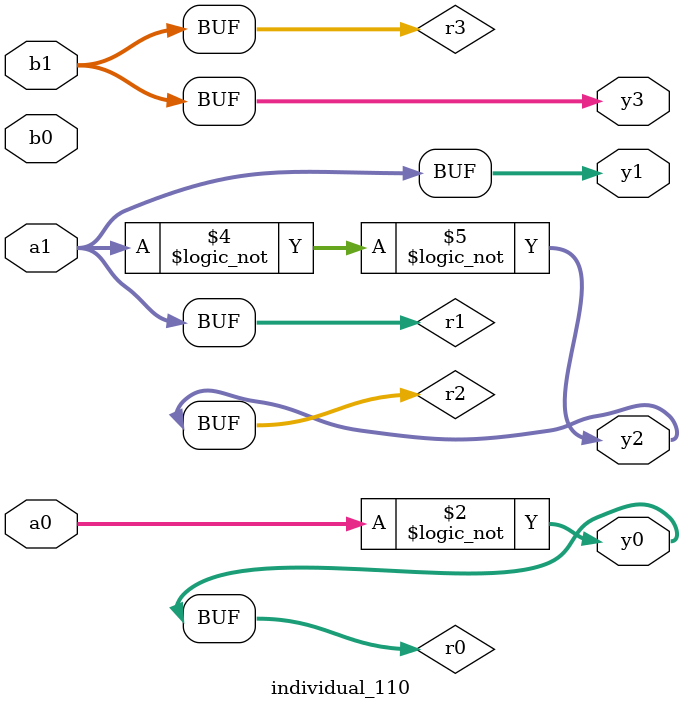
<source format=sv>
module individual_110(input logic [15:0] a1, input logic [15:0] a0, input logic [15:0] b1, input logic [15:0] b0, output logic [15:0] y3, output logic [15:0] y2, output logic [15:0] y1, output logic [15:0] y0);
logic [15:0] r0, r1, r2, r3; 
 always@(*) begin 
	 r0 = a0; r1 = a1; r2 = b0; r3 = b1; 
 	 r0 = ! a0 ;
 	 r2  &=  r0 ;
 	 r2 = ! r1 ;
 	 r2 = ! r2 ;
 	 y3 = r3; y2 = r2; y1 = r1; y0 = r0; 
end
endmodule
</source>
